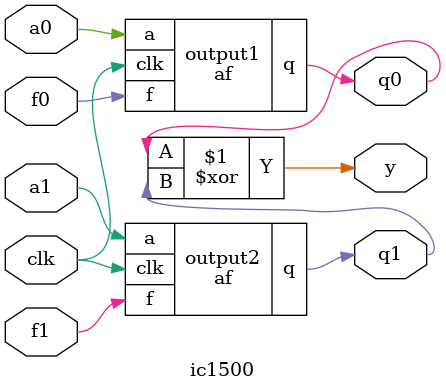
<source format=v>
`timescale 1ns / 1ps

module af(
    input a,
    input f,
    input clk,
    output reg q
    );
    
    initial begin
        q = 0;
    end
	 
    // write your code here
	 
	 always @(posedge clk)
	 begin
		q <= a ? (~f):(f ? q : ~q);
	 end
		
endmodule


module ic1500(
    input a0, 
    input f0, 
    input a1, 
    input f1, 
    input clk, 
    output q0, 
    output q1, 
    output y
    );
    // write your code here
	 
	 af output1(a0,f0,clk,q0) ; 
	 af output2(a1,f1,clk,q1) ;
	 assign y = q0^q1 ;
	
endmodule

</source>
